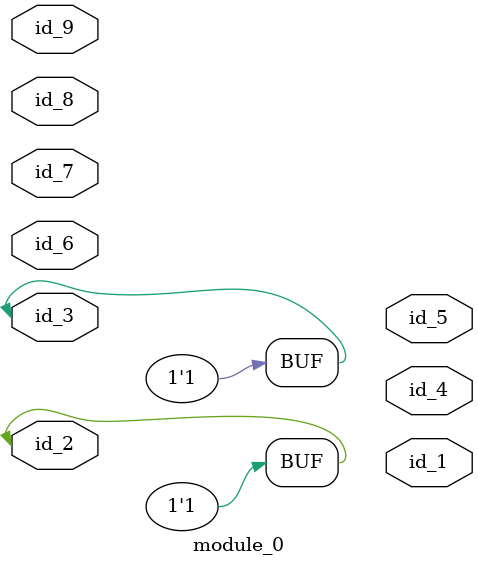
<source format=v>
module module_0 (
    id_1,
    id_2,
    id_3,
    id_4,
    id_5,
    id_6,
    id_7,
    id_8,
    id_9
);
  input id_9;
  input id_8;
  input id_7;
  inout id_6;
  output id_5;
  output id_4;
  inout id_3;
  inout id_2;
  output id_1;
  assign id_2 = 1;
  assign id_3 = 1;
endmodule

</source>
